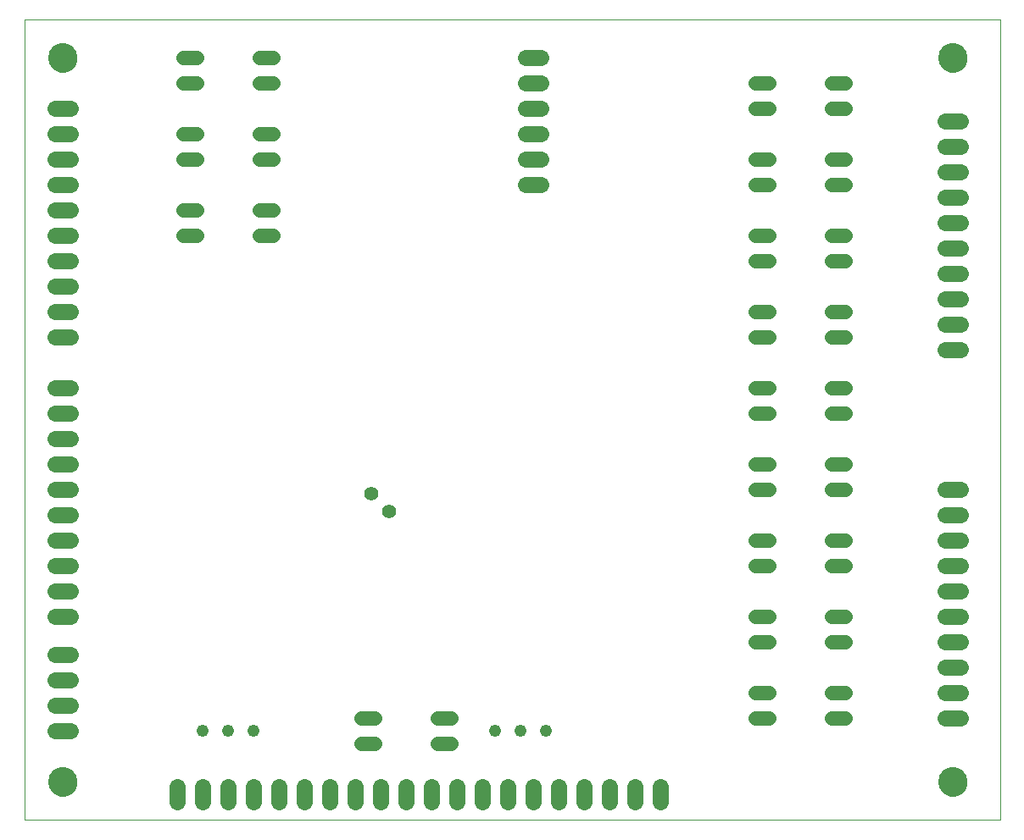
<source format=gbs>
G75*
%MOIN*%
%OFA0B0*%
%FSLAX25Y25*%
%IPPOS*%
%LPD*%
%AMOC8*
5,1,8,0,0,1.08239X$1,22.5*
%
%ADD10C,0.00000*%
%ADD11C,0.05600*%
%ADD12C,0.06400*%
%ADD13C,0.04800*%
%ADD14C,0.05600*%
%ADD15C,0.06337*%
%ADD16C,0.11424*%
D10*
X0008000Y0004500D02*
X0008000Y0319461D01*
X0391701Y0319461D01*
X0391701Y0004500D01*
X0008000Y0004500D01*
X0017488Y0019500D02*
X0017490Y0019648D01*
X0017496Y0019796D01*
X0017506Y0019944D01*
X0017520Y0020091D01*
X0017538Y0020238D01*
X0017559Y0020384D01*
X0017585Y0020530D01*
X0017615Y0020675D01*
X0017648Y0020819D01*
X0017686Y0020962D01*
X0017727Y0021104D01*
X0017772Y0021245D01*
X0017820Y0021385D01*
X0017873Y0021524D01*
X0017929Y0021661D01*
X0017989Y0021796D01*
X0018052Y0021930D01*
X0018119Y0022062D01*
X0018190Y0022192D01*
X0018264Y0022320D01*
X0018341Y0022446D01*
X0018422Y0022570D01*
X0018506Y0022692D01*
X0018593Y0022811D01*
X0018684Y0022928D01*
X0018778Y0023043D01*
X0018874Y0023155D01*
X0018974Y0023265D01*
X0019076Y0023371D01*
X0019182Y0023475D01*
X0019290Y0023576D01*
X0019401Y0023674D01*
X0019514Y0023770D01*
X0019630Y0023862D01*
X0019748Y0023951D01*
X0019869Y0024036D01*
X0019992Y0024119D01*
X0020117Y0024198D01*
X0020244Y0024274D01*
X0020373Y0024346D01*
X0020504Y0024415D01*
X0020637Y0024480D01*
X0020772Y0024541D01*
X0020908Y0024599D01*
X0021045Y0024654D01*
X0021184Y0024704D01*
X0021325Y0024751D01*
X0021466Y0024794D01*
X0021609Y0024834D01*
X0021753Y0024869D01*
X0021897Y0024901D01*
X0022043Y0024928D01*
X0022189Y0024952D01*
X0022336Y0024972D01*
X0022483Y0024988D01*
X0022630Y0025000D01*
X0022778Y0025008D01*
X0022926Y0025012D01*
X0023074Y0025012D01*
X0023222Y0025008D01*
X0023370Y0025000D01*
X0023517Y0024988D01*
X0023664Y0024972D01*
X0023811Y0024952D01*
X0023957Y0024928D01*
X0024103Y0024901D01*
X0024247Y0024869D01*
X0024391Y0024834D01*
X0024534Y0024794D01*
X0024675Y0024751D01*
X0024816Y0024704D01*
X0024955Y0024654D01*
X0025092Y0024599D01*
X0025228Y0024541D01*
X0025363Y0024480D01*
X0025496Y0024415D01*
X0025627Y0024346D01*
X0025756Y0024274D01*
X0025883Y0024198D01*
X0026008Y0024119D01*
X0026131Y0024036D01*
X0026252Y0023951D01*
X0026370Y0023862D01*
X0026486Y0023770D01*
X0026599Y0023674D01*
X0026710Y0023576D01*
X0026818Y0023475D01*
X0026924Y0023371D01*
X0027026Y0023265D01*
X0027126Y0023155D01*
X0027222Y0023043D01*
X0027316Y0022928D01*
X0027407Y0022811D01*
X0027494Y0022692D01*
X0027578Y0022570D01*
X0027659Y0022446D01*
X0027736Y0022320D01*
X0027810Y0022192D01*
X0027881Y0022062D01*
X0027948Y0021930D01*
X0028011Y0021796D01*
X0028071Y0021661D01*
X0028127Y0021524D01*
X0028180Y0021385D01*
X0028228Y0021245D01*
X0028273Y0021104D01*
X0028314Y0020962D01*
X0028352Y0020819D01*
X0028385Y0020675D01*
X0028415Y0020530D01*
X0028441Y0020384D01*
X0028462Y0020238D01*
X0028480Y0020091D01*
X0028494Y0019944D01*
X0028504Y0019796D01*
X0028510Y0019648D01*
X0028512Y0019500D01*
X0028510Y0019352D01*
X0028504Y0019204D01*
X0028494Y0019056D01*
X0028480Y0018909D01*
X0028462Y0018762D01*
X0028441Y0018616D01*
X0028415Y0018470D01*
X0028385Y0018325D01*
X0028352Y0018181D01*
X0028314Y0018038D01*
X0028273Y0017896D01*
X0028228Y0017755D01*
X0028180Y0017615D01*
X0028127Y0017476D01*
X0028071Y0017339D01*
X0028011Y0017204D01*
X0027948Y0017070D01*
X0027881Y0016938D01*
X0027810Y0016808D01*
X0027736Y0016680D01*
X0027659Y0016554D01*
X0027578Y0016430D01*
X0027494Y0016308D01*
X0027407Y0016189D01*
X0027316Y0016072D01*
X0027222Y0015957D01*
X0027126Y0015845D01*
X0027026Y0015735D01*
X0026924Y0015629D01*
X0026818Y0015525D01*
X0026710Y0015424D01*
X0026599Y0015326D01*
X0026486Y0015230D01*
X0026370Y0015138D01*
X0026252Y0015049D01*
X0026131Y0014964D01*
X0026008Y0014881D01*
X0025883Y0014802D01*
X0025756Y0014726D01*
X0025627Y0014654D01*
X0025496Y0014585D01*
X0025363Y0014520D01*
X0025228Y0014459D01*
X0025092Y0014401D01*
X0024955Y0014346D01*
X0024816Y0014296D01*
X0024675Y0014249D01*
X0024534Y0014206D01*
X0024391Y0014166D01*
X0024247Y0014131D01*
X0024103Y0014099D01*
X0023957Y0014072D01*
X0023811Y0014048D01*
X0023664Y0014028D01*
X0023517Y0014012D01*
X0023370Y0014000D01*
X0023222Y0013992D01*
X0023074Y0013988D01*
X0022926Y0013988D01*
X0022778Y0013992D01*
X0022630Y0014000D01*
X0022483Y0014012D01*
X0022336Y0014028D01*
X0022189Y0014048D01*
X0022043Y0014072D01*
X0021897Y0014099D01*
X0021753Y0014131D01*
X0021609Y0014166D01*
X0021466Y0014206D01*
X0021325Y0014249D01*
X0021184Y0014296D01*
X0021045Y0014346D01*
X0020908Y0014401D01*
X0020772Y0014459D01*
X0020637Y0014520D01*
X0020504Y0014585D01*
X0020373Y0014654D01*
X0020244Y0014726D01*
X0020117Y0014802D01*
X0019992Y0014881D01*
X0019869Y0014964D01*
X0019748Y0015049D01*
X0019630Y0015138D01*
X0019514Y0015230D01*
X0019401Y0015326D01*
X0019290Y0015424D01*
X0019182Y0015525D01*
X0019076Y0015629D01*
X0018974Y0015735D01*
X0018874Y0015845D01*
X0018778Y0015957D01*
X0018684Y0016072D01*
X0018593Y0016189D01*
X0018506Y0016308D01*
X0018422Y0016430D01*
X0018341Y0016554D01*
X0018264Y0016680D01*
X0018190Y0016808D01*
X0018119Y0016938D01*
X0018052Y0017070D01*
X0017989Y0017204D01*
X0017929Y0017339D01*
X0017873Y0017476D01*
X0017820Y0017615D01*
X0017772Y0017755D01*
X0017727Y0017896D01*
X0017686Y0018038D01*
X0017648Y0018181D01*
X0017615Y0018325D01*
X0017585Y0018470D01*
X0017559Y0018616D01*
X0017538Y0018762D01*
X0017520Y0018909D01*
X0017506Y0019056D01*
X0017496Y0019204D01*
X0017490Y0019352D01*
X0017488Y0019500D01*
X0017488Y0304500D02*
X0017490Y0304648D01*
X0017496Y0304796D01*
X0017506Y0304944D01*
X0017520Y0305091D01*
X0017538Y0305238D01*
X0017559Y0305384D01*
X0017585Y0305530D01*
X0017615Y0305675D01*
X0017648Y0305819D01*
X0017686Y0305962D01*
X0017727Y0306104D01*
X0017772Y0306245D01*
X0017820Y0306385D01*
X0017873Y0306524D01*
X0017929Y0306661D01*
X0017989Y0306796D01*
X0018052Y0306930D01*
X0018119Y0307062D01*
X0018190Y0307192D01*
X0018264Y0307320D01*
X0018341Y0307446D01*
X0018422Y0307570D01*
X0018506Y0307692D01*
X0018593Y0307811D01*
X0018684Y0307928D01*
X0018778Y0308043D01*
X0018874Y0308155D01*
X0018974Y0308265D01*
X0019076Y0308371D01*
X0019182Y0308475D01*
X0019290Y0308576D01*
X0019401Y0308674D01*
X0019514Y0308770D01*
X0019630Y0308862D01*
X0019748Y0308951D01*
X0019869Y0309036D01*
X0019992Y0309119D01*
X0020117Y0309198D01*
X0020244Y0309274D01*
X0020373Y0309346D01*
X0020504Y0309415D01*
X0020637Y0309480D01*
X0020772Y0309541D01*
X0020908Y0309599D01*
X0021045Y0309654D01*
X0021184Y0309704D01*
X0021325Y0309751D01*
X0021466Y0309794D01*
X0021609Y0309834D01*
X0021753Y0309869D01*
X0021897Y0309901D01*
X0022043Y0309928D01*
X0022189Y0309952D01*
X0022336Y0309972D01*
X0022483Y0309988D01*
X0022630Y0310000D01*
X0022778Y0310008D01*
X0022926Y0310012D01*
X0023074Y0310012D01*
X0023222Y0310008D01*
X0023370Y0310000D01*
X0023517Y0309988D01*
X0023664Y0309972D01*
X0023811Y0309952D01*
X0023957Y0309928D01*
X0024103Y0309901D01*
X0024247Y0309869D01*
X0024391Y0309834D01*
X0024534Y0309794D01*
X0024675Y0309751D01*
X0024816Y0309704D01*
X0024955Y0309654D01*
X0025092Y0309599D01*
X0025228Y0309541D01*
X0025363Y0309480D01*
X0025496Y0309415D01*
X0025627Y0309346D01*
X0025756Y0309274D01*
X0025883Y0309198D01*
X0026008Y0309119D01*
X0026131Y0309036D01*
X0026252Y0308951D01*
X0026370Y0308862D01*
X0026486Y0308770D01*
X0026599Y0308674D01*
X0026710Y0308576D01*
X0026818Y0308475D01*
X0026924Y0308371D01*
X0027026Y0308265D01*
X0027126Y0308155D01*
X0027222Y0308043D01*
X0027316Y0307928D01*
X0027407Y0307811D01*
X0027494Y0307692D01*
X0027578Y0307570D01*
X0027659Y0307446D01*
X0027736Y0307320D01*
X0027810Y0307192D01*
X0027881Y0307062D01*
X0027948Y0306930D01*
X0028011Y0306796D01*
X0028071Y0306661D01*
X0028127Y0306524D01*
X0028180Y0306385D01*
X0028228Y0306245D01*
X0028273Y0306104D01*
X0028314Y0305962D01*
X0028352Y0305819D01*
X0028385Y0305675D01*
X0028415Y0305530D01*
X0028441Y0305384D01*
X0028462Y0305238D01*
X0028480Y0305091D01*
X0028494Y0304944D01*
X0028504Y0304796D01*
X0028510Y0304648D01*
X0028512Y0304500D01*
X0028510Y0304352D01*
X0028504Y0304204D01*
X0028494Y0304056D01*
X0028480Y0303909D01*
X0028462Y0303762D01*
X0028441Y0303616D01*
X0028415Y0303470D01*
X0028385Y0303325D01*
X0028352Y0303181D01*
X0028314Y0303038D01*
X0028273Y0302896D01*
X0028228Y0302755D01*
X0028180Y0302615D01*
X0028127Y0302476D01*
X0028071Y0302339D01*
X0028011Y0302204D01*
X0027948Y0302070D01*
X0027881Y0301938D01*
X0027810Y0301808D01*
X0027736Y0301680D01*
X0027659Y0301554D01*
X0027578Y0301430D01*
X0027494Y0301308D01*
X0027407Y0301189D01*
X0027316Y0301072D01*
X0027222Y0300957D01*
X0027126Y0300845D01*
X0027026Y0300735D01*
X0026924Y0300629D01*
X0026818Y0300525D01*
X0026710Y0300424D01*
X0026599Y0300326D01*
X0026486Y0300230D01*
X0026370Y0300138D01*
X0026252Y0300049D01*
X0026131Y0299964D01*
X0026008Y0299881D01*
X0025883Y0299802D01*
X0025756Y0299726D01*
X0025627Y0299654D01*
X0025496Y0299585D01*
X0025363Y0299520D01*
X0025228Y0299459D01*
X0025092Y0299401D01*
X0024955Y0299346D01*
X0024816Y0299296D01*
X0024675Y0299249D01*
X0024534Y0299206D01*
X0024391Y0299166D01*
X0024247Y0299131D01*
X0024103Y0299099D01*
X0023957Y0299072D01*
X0023811Y0299048D01*
X0023664Y0299028D01*
X0023517Y0299012D01*
X0023370Y0299000D01*
X0023222Y0298992D01*
X0023074Y0298988D01*
X0022926Y0298988D01*
X0022778Y0298992D01*
X0022630Y0299000D01*
X0022483Y0299012D01*
X0022336Y0299028D01*
X0022189Y0299048D01*
X0022043Y0299072D01*
X0021897Y0299099D01*
X0021753Y0299131D01*
X0021609Y0299166D01*
X0021466Y0299206D01*
X0021325Y0299249D01*
X0021184Y0299296D01*
X0021045Y0299346D01*
X0020908Y0299401D01*
X0020772Y0299459D01*
X0020637Y0299520D01*
X0020504Y0299585D01*
X0020373Y0299654D01*
X0020244Y0299726D01*
X0020117Y0299802D01*
X0019992Y0299881D01*
X0019869Y0299964D01*
X0019748Y0300049D01*
X0019630Y0300138D01*
X0019514Y0300230D01*
X0019401Y0300326D01*
X0019290Y0300424D01*
X0019182Y0300525D01*
X0019076Y0300629D01*
X0018974Y0300735D01*
X0018874Y0300845D01*
X0018778Y0300957D01*
X0018684Y0301072D01*
X0018593Y0301189D01*
X0018506Y0301308D01*
X0018422Y0301430D01*
X0018341Y0301554D01*
X0018264Y0301680D01*
X0018190Y0301808D01*
X0018119Y0301938D01*
X0018052Y0302070D01*
X0017989Y0302204D01*
X0017929Y0302339D01*
X0017873Y0302476D01*
X0017820Y0302615D01*
X0017772Y0302755D01*
X0017727Y0302896D01*
X0017686Y0303038D01*
X0017648Y0303181D01*
X0017615Y0303325D01*
X0017585Y0303470D01*
X0017559Y0303616D01*
X0017538Y0303762D01*
X0017520Y0303909D01*
X0017506Y0304056D01*
X0017496Y0304204D01*
X0017490Y0304352D01*
X0017488Y0304500D01*
X0367488Y0304500D02*
X0367490Y0304648D01*
X0367496Y0304796D01*
X0367506Y0304944D01*
X0367520Y0305091D01*
X0367538Y0305238D01*
X0367559Y0305384D01*
X0367585Y0305530D01*
X0367615Y0305675D01*
X0367648Y0305819D01*
X0367686Y0305962D01*
X0367727Y0306104D01*
X0367772Y0306245D01*
X0367820Y0306385D01*
X0367873Y0306524D01*
X0367929Y0306661D01*
X0367989Y0306796D01*
X0368052Y0306930D01*
X0368119Y0307062D01*
X0368190Y0307192D01*
X0368264Y0307320D01*
X0368341Y0307446D01*
X0368422Y0307570D01*
X0368506Y0307692D01*
X0368593Y0307811D01*
X0368684Y0307928D01*
X0368778Y0308043D01*
X0368874Y0308155D01*
X0368974Y0308265D01*
X0369076Y0308371D01*
X0369182Y0308475D01*
X0369290Y0308576D01*
X0369401Y0308674D01*
X0369514Y0308770D01*
X0369630Y0308862D01*
X0369748Y0308951D01*
X0369869Y0309036D01*
X0369992Y0309119D01*
X0370117Y0309198D01*
X0370244Y0309274D01*
X0370373Y0309346D01*
X0370504Y0309415D01*
X0370637Y0309480D01*
X0370772Y0309541D01*
X0370908Y0309599D01*
X0371045Y0309654D01*
X0371184Y0309704D01*
X0371325Y0309751D01*
X0371466Y0309794D01*
X0371609Y0309834D01*
X0371753Y0309869D01*
X0371897Y0309901D01*
X0372043Y0309928D01*
X0372189Y0309952D01*
X0372336Y0309972D01*
X0372483Y0309988D01*
X0372630Y0310000D01*
X0372778Y0310008D01*
X0372926Y0310012D01*
X0373074Y0310012D01*
X0373222Y0310008D01*
X0373370Y0310000D01*
X0373517Y0309988D01*
X0373664Y0309972D01*
X0373811Y0309952D01*
X0373957Y0309928D01*
X0374103Y0309901D01*
X0374247Y0309869D01*
X0374391Y0309834D01*
X0374534Y0309794D01*
X0374675Y0309751D01*
X0374816Y0309704D01*
X0374955Y0309654D01*
X0375092Y0309599D01*
X0375228Y0309541D01*
X0375363Y0309480D01*
X0375496Y0309415D01*
X0375627Y0309346D01*
X0375756Y0309274D01*
X0375883Y0309198D01*
X0376008Y0309119D01*
X0376131Y0309036D01*
X0376252Y0308951D01*
X0376370Y0308862D01*
X0376486Y0308770D01*
X0376599Y0308674D01*
X0376710Y0308576D01*
X0376818Y0308475D01*
X0376924Y0308371D01*
X0377026Y0308265D01*
X0377126Y0308155D01*
X0377222Y0308043D01*
X0377316Y0307928D01*
X0377407Y0307811D01*
X0377494Y0307692D01*
X0377578Y0307570D01*
X0377659Y0307446D01*
X0377736Y0307320D01*
X0377810Y0307192D01*
X0377881Y0307062D01*
X0377948Y0306930D01*
X0378011Y0306796D01*
X0378071Y0306661D01*
X0378127Y0306524D01*
X0378180Y0306385D01*
X0378228Y0306245D01*
X0378273Y0306104D01*
X0378314Y0305962D01*
X0378352Y0305819D01*
X0378385Y0305675D01*
X0378415Y0305530D01*
X0378441Y0305384D01*
X0378462Y0305238D01*
X0378480Y0305091D01*
X0378494Y0304944D01*
X0378504Y0304796D01*
X0378510Y0304648D01*
X0378512Y0304500D01*
X0378510Y0304352D01*
X0378504Y0304204D01*
X0378494Y0304056D01*
X0378480Y0303909D01*
X0378462Y0303762D01*
X0378441Y0303616D01*
X0378415Y0303470D01*
X0378385Y0303325D01*
X0378352Y0303181D01*
X0378314Y0303038D01*
X0378273Y0302896D01*
X0378228Y0302755D01*
X0378180Y0302615D01*
X0378127Y0302476D01*
X0378071Y0302339D01*
X0378011Y0302204D01*
X0377948Y0302070D01*
X0377881Y0301938D01*
X0377810Y0301808D01*
X0377736Y0301680D01*
X0377659Y0301554D01*
X0377578Y0301430D01*
X0377494Y0301308D01*
X0377407Y0301189D01*
X0377316Y0301072D01*
X0377222Y0300957D01*
X0377126Y0300845D01*
X0377026Y0300735D01*
X0376924Y0300629D01*
X0376818Y0300525D01*
X0376710Y0300424D01*
X0376599Y0300326D01*
X0376486Y0300230D01*
X0376370Y0300138D01*
X0376252Y0300049D01*
X0376131Y0299964D01*
X0376008Y0299881D01*
X0375883Y0299802D01*
X0375756Y0299726D01*
X0375627Y0299654D01*
X0375496Y0299585D01*
X0375363Y0299520D01*
X0375228Y0299459D01*
X0375092Y0299401D01*
X0374955Y0299346D01*
X0374816Y0299296D01*
X0374675Y0299249D01*
X0374534Y0299206D01*
X0374391Y0299166D01*
X0374247Y0299131D01*
X0374103Y0299099D01*
X0373957Y0299072D01*
X0373811Y0299048D01*
X0373664Y0299028D01*
X0373517Y0299012D01*
X0373370Y0299000D01*
X0373222Y0298992D01*
X0373074Y0298988D01*
X0372926Y0298988D01*
X0372778Y0298992D01*
X0372630Y0299000D01*
X0372483Y0299012D01*
X0372336Y0299028D01*
X0372189Y0299048D01*
X0372043Y0299072D01*
X0371897Y0299099D01*
X0371753Y0299131D01*
X0371609Y0299166D01*
X0371466Y0299206D01*
X0371325Y0299249D01*
X0371184Y0299296D01*
X0371045Y0299346D01*
X0370908Y0299401D01*
X0370772Y0299459D01*
X0370637Y0299520D01*
X0370504Y0299585D01*
X0370373Y0299654D01*
X0370244Y0299726D01*
X0370117Y0299802D01*
X0369992Y0299881D01*
X0369869Y0299964D01*
X0369748Y0300049D01*
X0369630Y0300138D01*
X0369514Y0300230D01*
X0369401Y0300326D01*
X0369290Y0300424D01*
X0369182Y0300525D01*
X0369076Y0300629D01*
X0368974Y0300735D01*
X0368874Y0300845D01*
X0368778Y0300957D01*
X0368684Y0301072D01*
X0368593Y0301189D01*
X0368506Y0301308D01*
X0368422Y0301430D01*
X0368341Y0301554D01*
X0368264Y0301680D01*
X0368190Y0301808D01*
X0368119Y0301938D01*
X0368052Y0302070D01*
X0367989Y0302204D01*
X0367929Y0302339D01*
X0367873Y0302476D01*
X0367820Y0302615D01*
X0367772Y0302755D01*
X0367727Y0302896D01*
X0367686Y0303038D01*
X0367648Y0303181D01*
X0367615Y0303325D01*
X0367585Y0303470D01*
X0367559Y0303616D01*
X0367538Y0303762D01*
X0367520Y0303909D01*
X0367506Y0304056D01*
X0367496Y0304204D01*
X0367490Y0304352D01*
X0367488Y0304500D01*
X0367488Y0019500D02*
X0367490Y0019648D01*
X0367496Y0019796D01*
X0367506Y0019944D01*
X0367520Y0020091D01*
X0367538Y0020238D01*
X0367559Y0020384D01*
X0367585Y0020530D01*
X0367615Y0020675D01*
X0367648Y0020819D01*
X0367686Y0020962D01*
X0367727Y0021104D01*
X0367772Y0021245D01*
X0367820Y0021385D01*
X0367873Y0021524D01*
X0367929Y0021661D01*
X0367989Y0021796D01*
X0368052Y0021930D01*
X0368119Y0022062D01*
X0368190Y0022192D01*
X0368264Y0022320D01*
X0368341Y0022446D01*
X0368422Y0022570D01*
X0368506Y0022692D01*
X0368593Y0022811D01*
X0368684Y0022928D01*
X0368778Y0023043D01*
X0368874Y0023155D01*
X0368974Y0023265D01*
X0369076Y0023371D01*
X0369182Y0023475D01*
X0369290Y0023576D01*
X0369401Y0023674D01*
X0369514Y0023770D01*
X0369630Y0023862D01*
X0369748Y0023951D01*
X0369869Y0024036D01*
X0369992Y0024119D01*
X0370117Y0024198D01*
X0370244Y0024274D01*
X0370373Y0024346D01*
X0370504Y0024415D01*
X0370637Y0024480D01*
X0370772Y0024541D01*
X0370908Y0024599D01*
X0371045Y0024654D01*
X0371184Y0024704D01*
X0371325Y0024751D01*
X0371466Y0024794D01*
X0371609Y0024834D01*
X0371753Y0024869D01*
X0371897Y0024901D01*
X0372043Y0024928D01*
X0372189Y0024952D01*
X0372336Y0024972D01*
X0372483Y0024988D01*
X0372630Y0025000D01*
X0372778Y0025008D01*
X0372926Y0025012D01*
X0373074Y0025012D01*
X0373222Y0025008D01*
X0373370Y0025000D01*
X0373517Y0024988D01*
X0373664Y0024972D01*
X0373811Y0024952D01*
X0373957Y0024928D01*
X0374103Y0024901D01*
X0374247Y0024869D01*
X0374391Y0024834D01*
X0374534Y0024794D01*
X0374675Y0024751D01*
X0374816Y0024704D01*
X0374955Y0024654D01*
X0375092Y0024599D01*
X0375228Y0024541D01*
X0375363Y0024480D01*
X0375496Y0024415D01*
X0375627Y0024346D01*
X0375756Y0024274D01*
X0375883Y0024198D01*
X0376008Y0024119D01*
X0376131Y0024036D01*
X0376252Y0023951D01*
X0376370Y0023862D01*
X0376486Y0023770D01*
X0376599Y0023674D01*
X0376710Y0023576D01*
X0376818Y0023475D01*
X0376924Y0023371D01*
X0377026Y0023265D01*
X0377126Y0023155D01*
X0377222Y0023043D01*
X0377316Y0022928D01*
X0377407Y0022811D01*
X0377494Y0022692D01*
X0377578Y0022570D01*
X0377659Y0022446D01*
X0377736Y0022320D01*
X0377810Y0022192D01*
X0377881Y0022062D01*
X0377948Y0021930D01*
X0378011Y0021796D01*
X0378071Y0021661D01*
X0378127Y0021524D01*
X0378180Y0021385D01*
X0378228Y0021245D01*
X0378273Y0021104D01*
X0378314Y0020962D01*
X0378352Y0020819D01*
X0378385Y0020675D01*
X0378415Y0020530D01*
X0378441Y0020384D01*
X0378462Y0020238D01*
X0378480Y0020091D01*
X0378494Y0019944D01*
X0378504Y0019796D01*
X0378510Y0019648D01*
X0378512Y0019500D01*
X0378510Y0019352D01*
X0378504Y0019204D01*
X0378494Y0019056D01*
X0378480Y0018909D01*
X0378462Y0018762D01*
X0378441Y0018616D01*
X0378415Y0018470D01*
X0378385Y0018325D01*
X0378352Y0018181D01*
X0378314Y0018038D01*
X0378273Y0017896D01*
X0378228Y0017755D01*
X0378180Y0017615D01*
X0378127Y0017476D01*
X0378071Y0017339D01*
X0378011Y0017204D01*
X0377948Y0017070D01*
X0377881Y0016938D01*
X0377810Y0016808D01*
X0377736Y0016680D01*
X0377659Y0016554D01*
X0377578Y0016430D01*
X0377494Y0016308D01*
X0377407Y0016189D01*
X0377316Y0016072D01*
X0377222Y0015957D01*
X0377126Y0015845D01*
X0377026Y0015735D01*
X0376924Y0015629D01*
X0376818Y0015525D01*
X0376710Y0015424D01*
X0376599Y0015326D01*
X0376486Y0015230D01*
X0376370Y0015138D01*
X0376252Y0015049D01*
X0376131Y0014964D01*
X0376008Y0014881D01*
X0375883Y0014802D01*
X0375756Y0014726D01*
X0375627Y0014654D01*
X0375496Y0014585D01*
X0375363Y0014520D01*
X0375228Y0014459D01*
X0375092Y0014401D01*
X0374955Y0014346D01*
X0374816Y0014296D01*
X0374675Y0014249D01*
X0374534Y0014206D01*
X0374391Y0014166D01*
X0374247Y0014131D01*
X0374103Y0014099D01*
X0373957Y0014072D01*
X0373811Y0014048D01*
X0373664Y0014028D01*
X0373517Y0014012D01*
X0373370Y0014000D01*
X0373222Y0013992D01*
X0373074Y0013988D01*
X0372926Y0013988D01*
X0372778Y0013992D01*
X0372630Y0014000D01*
X0372483Y0014012D01*
X0372336Y0014028D01*
X0372189Y0014048D01*
X0372043Y0014072D01*
X0371897Y0014099D01*
X0371753Y0014131D01*
X0371609Y0014166D01*
X0371466Y0014206D01*
X0371325Y0014249D01*
X0371184Y0014296D01*
X0371045Y0014346D01*
X0370908Y0014401D01*
X0370772Y0014459D01*
X0370637Y0014520D01*
X0370504Y0014585D01*
X0370373Y0014654D01*
X0370244Y0014726D01*
X0370117Y0014802D01*
X0369992Y0014881D01*
X0369869Y0014964D01*
X0369748Y0015049D01*
X0369630Y0015138D01*
X0369514Y0015230D01*
X0369401Y0015326D01*
X0369290Y0015424D01*
X0369182Y0015525D01*
X0369076Y0015629D01*
X0368974Y0015735D01*
X0368874Y0015845D01*
X0368778Y0015957D01*
X0368684Y0016072D01*
X0368593Y0016189D01*
X0368506Y0016308D01*
X0368422Y0016430D01*
X0368341Y0016554D01*
X0368264Y0016680D01*
X0368190Y0016808D01*
X0368119Y0016938D01*
X0368052Y0017070D01*
X0367989Y0017204D01*
X0367929Y0017339D01*
X0367873Y0017476D01*
X0367820Y0017615D01*
X0367772Y0017755D01*
X0367727Y0017896D01*
X0367686Y0018038D01*
X0367648Y0018181D01*
X0367615Y0018325D01*
X0367585Y0018470D01*
X0367559Y0018616D01*
X0367538Y0018762D01*
X0367520Y0018909D01*
X0367506Y0019056D01*
X0367496Y0019204D01*
X0367490Y0019352D01*
X0367488Y0019500D01*
D11*
X0330600Y0044500D02*
X0325400Y0044500D01*
X0325400Y0054500D02*
X0330600Y0054500D01*
X0330600Y0074500D02*
X0325400Y0074500D01*
X0325400Y0084500D02*
X0330600Y0084500D01*
X0330600Y0104500D02*
X0325400Y0104500D01*
X0325400Y0114500D02*
X0330600Y0114500D01*
X0330600Y0134500D02*
X0325400Y0134500D01*
X0325400Y0144500D02*
X0330600Y0144500D01*
X0330600Y0164500D02*
X0325400Y0164500D01*
X0325400Y0174500D02*
X0330600Y0174500D01*
X0330600Y0194500D02*
X0325400Y0194500D01*
X0325400Y0204500D02*
X0330600Y0204500D01*
X0330600Y0224500D02*
X0325400Y0224500D01*
X0325400Y0234500D02*
X0330600Y0234500D01*
X0330600Y0254500D02*
X0325400Y0254500D01*
X0325400Y0264500D02*
X0330600Y0264500D01*
X0330600Y0284500D02*
X0325400Y0284500D01*
X0325400Y0294500D02*
X0330600Y0294500D01*
X0300600Y0294500D02*
X0295400Y0294500D01*
X0295400Y0284500D02*
X0300600Y0284500D01*
X0300600Y0264500D02*
X0295400Y0264500D01*
X0295400Y0254500D02*
X0300600Y0254500D01*
X0300600Y0234500D02*
X0295400Y0234500D01*
X0295400Y0224500D02*
X0300600Y0224500D01*
X0300600Y0204500D02*
X0295400Y0204500D01*
X0295400Y0194500D02*
X0300600Y0194500D01*
X0300600Y0174500D02*
X0295400Y0174500D01*
X0295400Y0164500D02*
X0300600Y0164500D01*
X0300600Y0144500D02*
X0295400Y0144500D01*
X0295400Y0134500D02*
X0300600Y0134500D01*
X0300600Y0114500D02*
X0295400Y0114500D01*
X0295400Y0104500D02*
X0300600Y0104500D01*
X0300600Y0084500D02*
X0295400Y0084500D01*
X0295400Y0074500D02*
X0300600Y0074500D01*
X0300600Y0054500D02*
X0295400Y0054500D01*
X0295400Y0044500D02*
X0300600Y0044500D01*
X0175600Y0044500D02*
X0170400Y0044500D01*
X0170400Y0034500D02*
X0175600Y0034500D01*
X0145600Y0034500D02*
X0140400Y0034500D01*
X0140400Y0044500D02*
X0145600Y0044500D01*
X0105600Y0234500D02*
X0100400Y0234500D01*
X0100400Y0244500D02*
X0105600Y0244500D01*
X0105600Y0264500D02*
X0100400Y0264500D01*
X0100400Y0274500D02*
X0105600Y0274500D01*
X0105600Y0294500D02*
X0100400Y0294500D01*
X0100400Y0304500D02*
X0105600Y0304500D01*
X0075600Y0304500D02*
X0070400Y0304500D01*
X0070400Y0294500D02*
X0075600Y0294500D01*
X0075600Y0274500D02*
X0070400Y0274500D01*
X0070400Y0264500D02*
X0075600Y0264500D01*
X0075600Y0244500D02*
X0070400Y0244500D01*
X0070400Y0234500D02*
X0075600Y0234500D01*
D12*
X0205000Y0254500D02*
X0211000Y0254500D01*
X0211000Y0264500D02*
X0205000Y0264500D01*
X0205000Y0274500D02*
X0211000Y0274500D01*
X0211000Y0284500D02*
X0205000Y0284500D01*
X0205000Y0294500D02*
X0211000Y0294500D01*
X0211000Y0304500D02*
X0205000Y0304500D01*
X0208000Y0017500D02*
X0208000Y0011500D01*
X0198000Y0011500D02*
X0198000Y0017500D01*
X0188000Y0017500D02*
X0188000Y0011500D01*
X0178000Y0011500D02*
X0178000Y0017500D01*
X0168000Y0017500D02*
X0168000Y0011500D01*
X0158000Y0011500D02*
X0158000Y0017500D01*
X0148000Y0017500D02*
X0148000Y0011500D01*
X0138000Y0011500D02*
X0138000Y0017500D01*
X0128000Y0017500D02*
X0128000Y0011500D01*
X0118000Y0011500D02*
X0118000Y0017500D01*
X0108000Y0017500D02*
X0108000Y0011500D01*
X0098000Y0011500D02*
X0098000Y0017500D01*
X0088000Y0017500D02*
X0088000Y0011500D01*
X0078000Y0011500D02*
X0078000Y0017500D01*
X0068000Y0017500D02*
X0068000Y0011500D01*
X0218000Y0011500D02*
X0218000Y0017500D01*
X0228000Y0017500D02*
X0228000Y0011500D01*
X0238000Y0011500D02*
X0238000Y0017500D01*
X0248000Y0017500D02*
X0248000Y0011500D01*
X0258000Y0011500D02*
X0258000Y0017500D01*
D13*
X0213000Y0039500D03*
X0203000Y0039500D03*
X0193000Y0039500D03*
X0098000Y0039500D03*
X0088000Y0039500D03*
X0078000Y0039500D03*
D14*
X0151536Y0125964D03*
X0144464Y0133036D03*
D15*
X0025969Y0134500D02*
X0020031Y0134500D01*
X0020031Y0124500D02*
X0025969Y0124500D01*
X0025969Y0114500D02*
X0020031Y0114500D01*
X0020031Y0104500D02*
X0025969Y0104500D01*
X0025969Y0094500D02*
X0020031Y0094500D01*
X0020031Y0084500D02*
X0025969Y0084500D01*
X0025969Y0069500D02*
X0020031Y0069500D01*
X0020031Y0059500D02*
X0025969Y0059500D01*
X0025969Y0049500D02*
X0020031Y0049500D01*
X0020031Y0039500D02*
X0025969Y0039500D01*
X0025969Y0144500D02*
X0020031Y0144500D01*
X0020031Y0154500D02*
X0025969Y0154500D01*
X0025969Y0164500D02*
X0020031Y0164500D01*
X0020031Y0174500D02*
X0025969Y0174500D01*
X0025969Y0194500D02*
X0020031Y0194500D01*
X0020031Y0204500D02*
X0025969Y0204500D01*
X0025969Y0214500D02*
X0020031Y0214500D01*
X0020031Y0224500D02*
X0025969Y0224500D01*
X0025969Y0234500D02*
X0020031Y0234500D01*
X0020031Y0244500D02*
X0025969Y0244500D01*
X0025969Y0254500D02*
X0020031Y0254500D01*
X0020031Y0264500D02*
X0025969Y0264500D01*
X0025969Y0274500D02*
X0020031Y0274500D01*
X0020031Y0284500D02*
X0025969Y0284500D01*
X0370031Y0279500D02*
X0375969Y0279500D01*
X0375969Y0269500D02*
X0370031Y0269500D01*
X0370031Y0259500D02*
X0375969Y0259500D01*
X0375969Y0249500D02*
X0370031Y0249500D01*
X0370031Y0239500D02*
X0375969Y0239500D01*
X0375969Y0229500D02*
X0370031Y0229500D01*
X0370031Y0219500D02*
X0375969Y0219500D01*
X0375969Y0209500D02*
X0370031Y0209500D01*
X0370031Y0199500D02*
X0375969Y0199500D01*
X0375969Y0189500D02*
X0370031Y0189500D01*
X0370031Y0134500D02*
X0375969Y0134500D01*
X0375969Y0124500D02*
X0370031Y0124500D01*
X0370031Y0114500D02*
X0375969Y0114500D01*
X0375969Y0104500D02*
X0370031Y0104500D01*
X0370031Y0094500D02*
X0375969Y0094500D01*
X0375969Y0084500D02*
X0370031Y0084500D01*
X0370031Y0074500D02*
X0375969Y0074500D01*
X0375969Y0064500D02*
X0370031Y0064500D01*
X0370031Y0054500D02*
X0375969Y0054500D01*
X0375969Y0044500D02*
X0370031Y0044500D01*
D16*
X0373000Y0019500D03*
X0373000Y0304500D03*
X0023000Y0304500D03*
X0023000Y0019500D03*
M02*

</source>
